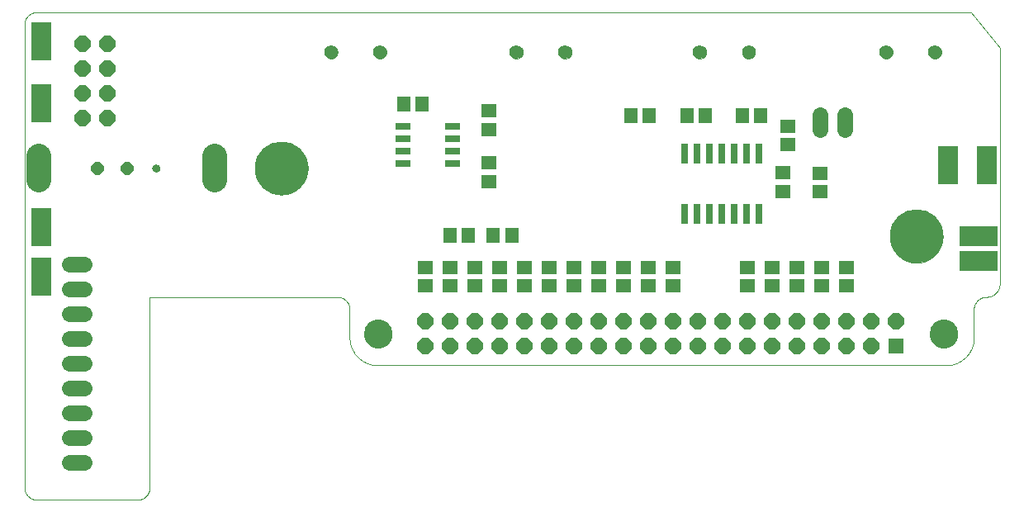
<source format=gts>
G75*
%MOIN*%
%OFA0B0*%
%FSLAX25Y25*%
%IPPOS*%
%LPD*%
%AMOC8*
5,1,8,0,0,1.08239X$1,22.5*
%
%ADD10C,0.00000*%
%ADD11C,0.21660*%
%ADD12R,0.06400X0.06400*%
%ADD13OC8,0.06400*%
%ADD14C,0.11424*%
%ADD15R,0.03000X0.08400*%
%ADD16R,0.06306X0.02762*%
%ADD17R,0.06306X0.05518*%
%ADD18R,0.05518X0.06306*%
%ADD19C,0.05518*%
%ADD20C,0.06400*%
%ADD21R,0.08000X0.15400*%
%ADD22OC8,0.05156*%
%ADD23C,0.09849*%
%ADD24C,0.03156*%
%ADD25R,0.15400X0.08000*%
D10*
X0009059Y0004256D02*
X0049643Y0004256D01*
X0049783Y0004258D01*
X0049923Y0004264D01*
X0050063Y0004274D01*
X0050203Y0004287D01*
X0050342Y0004305D01*
X0050481Y0004327D01*
X0050618Y0004352D01*
X0050756Y0004381D01*
X0050892Y0004414D01*
X0051027Y0004451D01*
X0051161Y0004492D01*
X0051294Y0004537D01*
X0051426Y0004585D01*
X0051556Y0004637D01*
X0051685Y0004692D01*
X0051812Y0004751D01*
X0051938Y0004814D01*
X0052062Y0004880D01*
X0052183Y0004949D01*
X0052303Y0005022D01*
X0052421Y0005099D01*
X0052536Y0005178D01*
X0052650Y0005261D01*
X0052760Y0005347D01*
X0052869Y0005436D01*
X0052975Y0005528D01*
X0053078Y0005623D01*
X0053179Y0005720D01*
X0053276Y0005821D01*
X0053371Y0005924D01*
X0053463Y0006030D01*
X0053552Y0006139D01*
X0053638Y0006249D01*
X0053721Y0006363D01*
X0053800Y0006478D01*
X0053877Y0006596D01*
X0053950Y0006716D01*
X0054019Y0006837D01*
X0054085Y0006961D01*
X0054148Y0007087D01*
X0054207Y0007214D01*
X0054262Y0007343D01*
X0054314Y0007473D01*
X0054362Y0007605D01*
X0054407Y0007738D01*
X0054448Y0007872D01*
X0054485Y0008007D01*
X0054518Y0008143D01*
X0054547Y0008281D01*
X0054572Y0008418D01*
X0054594Y0008557D01*
X0054612Y0008696D01*
X0054625Y0008836D01*
X0054635Y0008976D01*
X0054641Y0009116D01*
X0054643Y0009256D01*
X0054643Y0086146D01*
X0130358Y0086146D01*
X0130498Y0086144D01*
X0130638Y0086138D01*
X0130778Y0086128D01*
X0130918Y0086115D01*
X0131057Y0086097D01*
X0131196Y0086075D01*
X0131333Y0086050D01*
X0131471Y0086021D01*
X0131607Y0085988D01*
X0131742Y0085951D01*
X0131876Y0085910D01*
X0132009Y0085865D01*
X0132141Y0085817D01*
X0132271Y0085765D01*
X0132400Y0085710D01*
X0132527Y0085651D01*
X0132653Y0085588D01*
X0132777Y0085522D01*
X0132898Y0085453D01*
X0133018Y0085380D01*
X0133136Y0085303D01*
X0133251Y0085224D01*
X0133365Y0085141D01*
X0133475Y0085055D01*
X0133584Y0084966D01*
X0133690Y0084874D01*
X0133793Y0084779D01*
X0133894Y0084682D01*
X0133991Y0084581D01*
X0134086Y0084478D01*
X0134178Y0084372D01*
X0134267Y0084263D01*
X0134353Y0084153D01*
X0134436Y0084039D01*
X0134515Y0083924D01*
X0134592Y0083806D01*
X0134665Y0083686D01*
X0134734Y0083565D01*
X0134800Y0083441D01*
X0134863Y0083315D01*
X0134922Y0083188D01*
X0134977Y0083059D01*
X0135029Y0082929D01*
X0135077Y0082797D01*
X0135122Y0082664D01*
X0135163Y0082530D01*
X0135200Y0082395D01*
X0135233Y0082259D01*
X0135262Y0082121D01*
X0135287Y0081984D01*
X0135309Y0081845D01*
X0135327Y0081706D01*
X0135340Y0081566D01*
X0135350Y0081426D01*
X0135356Y0081286D01*
X0135358Y0081146D01*
X0135358Y0069217D01*
X0135359Y0069216D02*
X0135376Y0068945D01*
X0135400Y0068675D01*
X0135431Y0068405D01*
X0135468Y0068136D01*
X0135512Y0067868D01*
X0135562Y0067601D01*
X0135618Y0067336D01*
X0135681Y0067072D01*
X0135750Y0066809D01*
X0135826Y0066548D01*
X0135908Y0066289D01*
X0135996Y0066033D01*
X0136090Y0065778D01*
X0136191Y0065526D01*
X0136297Y0065276D01*
X0136410Y0065029D01*
X0136528Y0064785D01*
X0136652Y0064543D01*
X0136782Y0064305D01*
X0136918Y0064070D01*
X0137060Y0063838D01*
X0137207Y0063610D01*
X0137359Y0063385D01*
X0137517Y0063164D01*
X0137680Y0062947D01*
X0137849Y0062734D01*
X0138022Y0062525D01*
X0138200Y0062320D01*
X0138384Y0062120D01*
X0138572Y0061924D01*
X0138765Y0061733D01*
X0138962Y0061547D01*
X0139164Y0061365D01*
X0139370Y0061188D01*
X0139580Y0061017D01*
X0139795Y0060850D01*
X0140013Y0060689D01*
X0140236Y0060533D01*
X0140462Y0060382D01*
X0140691Y0060237D01*
X0140924Y0060098D01*
X0141160Y0059964D01*
X0141400Y0059836D01*
X0141642Y0059714D01*
X0141887Y0059597D01*
X0142136Y0059487D01*
X0142386Y0059383D01*
X0142639Y0059284D01*
X0142895Y0059192D01*
X0143152Y0059106D01*
X0143412Y0059027D01*
X0143673Y0058953D01*
X0143936Y0058886D01*
X0144201Y0058826D01*
X0144467Y0058771D01*
X0144734Y0058723D01*
X0145003Y0058682D01*
X0145272Y0058647D01*
X0145542Y0058619D01*
X0145813Y0058597D01*
X0146084Y0058582D01*
X0146355Y0058573D01*
X0146627Y0058571D01*
X0146898Y0058576D01*
X0147170Y0058587D01*
X0147169Y0058587D02*
X0375516Y0058587D01*
X0375515Y0058587D02*
X0375787Y0058576D01*
X0376058Y0058571D01*
X0376330Y0058573D01*
X0376601Y0058582D01*
X0376872Y0058597D01*
X0377143Y0058619D01*
X0377413Y0058647D01*
X0377682Y0058682D01*
X0377951Y0058723D01*
X0378218Y0058771D01*
X0378484Y0058826D01*
X0378749Y0058886D01*
X0379012Y0058953D01*
X0379273Y0059027D01*
X0379533Y0059106D01*
X0379790Y0059192D01*
X0380046Y0059284D01*
X0380299Y0059383D01*
X0380549Y0059487D01*
X0380798Y0059597D01*
X0381043Y0059714D01*
X0381285Y0059836D01*
X0381525Y0059964D01*
X0381761Y0060098D01*
X0381994Y0060237D01*
X0382223Y0060382D01*
X0382449Y0060533D01*
X0382672Y0060689D01*
X0382890Y0060850D01*
X0383105Y0061017D01*
X0383315Y0061188D01*
X0383521Y0061365D01*
X0383723Y0061547D01*
X0383920Y0061733D01*
X0384113Y0061924D01*
X0384301Y0062120D01*
X0384485Y0062320D01*
X0384663Y0062525D01*
X0384836Y0062734D01*
X0385005Y0062947D01*
X0385168Y0063164D01*
X0385326Y0063385D01*
X0385478Y0063610D01*
X0385625Y0063838D01*
X0385767Y0064070D01*
X0385903Y0064305D01*
X0386033Y0064543D01*
X0386157Y0064785D01*
X0386275Y0065029D01*
X0386388Y0065276D01*
X0386494Y0065526D01*
X0386595Y0065778D01*
X0386689Y0066033D01*
X0386777Y0066289D01*
X0386859Y0066548D01*
X0386935Y0066809D01*
X0387004Y0067072D01*
X0387067Y0067336D01*
X0387123Y0067601D01*
X0387173Y0067868D01*
X0387217Y0068136D01*
X0387254Y0068405D01*
X0387285Y0068675D01*
X0387309Y0068945D01*
X0387326Y0069216D01*
X0387327Y0069217D02*
X0387327Y0081146D01*
X0387329Y0081286D01*
X0387335Y0081426D01*
X0387345Y0081566D01*
X0387358Y0081706D01*
X0387376Y0081845D01*
X0387398Y0081984D01*
X0387423Y0082121D01*
X0387452Y0082259D01*
X0387485Y0082395D01*
X0387522Y0082530D01*
X0387563Y0082664D01*
X0387608Y0082797D01*
X0387656Y0082929D01*
X0387708Y0083059D01*
X0387763Y0083188D01*
X0387822Y0083315D01*
X0387885Y0083441D01*
X0387951Y0083565D01*
X0388020Y0083686D01*
X0388093Y0083806D01*
X0388170Y0083924D01*
X0388249Y0084039D01*
X0388332Y0084153D01*
X0388418Y0084263D01*
X0388507Y0084372D01*
X0388599Y0084478D01*
X0388694Y0084581D01*
X0388791Y0084682D01*
X0388892Y0084779D01*
X0388995Y0084874D01*
X0389101Y0084966D01*
X0389210Y0085055D01*
X0389320Y0085141D01*
X0389434Y0085224D01*
X0389549Y0085303D01*
X0389667Y0085380D01*
X0389787Y0085453D01*
X0389908Y0085522D01*
X0390032Y0085588D01*
X0390158Y0085651D01*
X0390285Y0085710D01*
X0390414Y0085765D01*
X0390544Y0085817D01*
X0390676Y0085865D01*
X0390809Y0085910D01*
X0390943Y0085951D01*
X0391078Y0085988D01*
X0391214Y0086021D01*
X0391352Y0086050D01*
X0391489Y0086075D01*
X0391628Y0086097D01*
X0391767Y0086115D01*
X0391907Y0086128D01*
X0392047Y0086138D01*
X0392187Y0086144D01*
X0392327Y0086146D01*
X0392471Y0086145D01*
X0392615Y0086148D01*
X0392759Y0086155D01*
X0392903Y0086167D01*
X0393047Y0086181D01*
X0393190Y0086200D01*
X0393332Y0086223D01*
X0393474Y0086249D01*
X0393615Y0086280D01*
X0393756Y0086314D01*
X0393895Y0086352D01*
X0394033Y0086393D01*
X0394170Y0086439D01*
X0394306Y0086488D01*
X0394440Y0086541D01*
X0394573Y0086597D01*
X0394704Y0086657D01*
X0394834Y0086720D01*
X0394962Y0086787D01*
X0395088Y0086858D01*
X0395212Y0086932D01*
X0395334Y0087009D01*
X0395453Y0087089D01*
X0395571Y0087173D01*
X0395686Y0087260D01*
X0395799Y0087349D01*
X0395910Y0087442D01*
X0396018Y0087538D01*
X0396123Y0087637D01*
X0396225Y0087738D01*
X0396325Y0087843D01*
X0396422Y0087950D01*
X0396516Y0088059D01*
X0396607Y0088171D01*
X0396695Y0088286D01*
X0396780Y0088402D01*
X0396861Y0088522D01*
X0396940Y0088643D01*
X0397015Y0088766D01*
X0397086Y0088891D01*
X0397155Y0089018D01*
X0397219Y0089147D01*
X0397281Y0089278D01*
X0397338Y0089410D01*
X0397392Y0089544D01*
X0397443Y0089679D01*
X0397490Y0089816D01*
X0397533Y0089954D01*
X0397572Y0090093D01*
X0397607Y0090232D01*
X0397639Y0090373D01*
X0397667Y0090515D01*
X0397691Y0090657D01*
X0397711Y0090800D01*
X0397728Y0090943D01*
X0397740Y0091087D01*
X0397748Y0091231D01*
X0397753Y0091376D01*
X0397753Y0091375D02*
X0397753Y0186736D01*
X0386146Y0201106D01*
X0009059Y0201106D01*
X0008919Y0201104D01*
X0008779Y0201098D01*
X0008639Y0201088D01*
X0008499Y0201075D01*
X0008360Y0201057D01*
X0008221Y0201035D01*
X0008084Y0201010D01*
X0007946Y0200981D01*
X0007810Y0200948D01*
X0007675Y0200911D01*
X0007541Y0200870D01*
X0007408Y0200825D01*
X0007276Y0200777D01*
X0007146Y0200725D01*
X0007017Y0200670D01*
X0006890Y0200611D01*
X0006764Y0200548D01*
X0006640Y0200482D01*
X0006519Y0200413D01*
X0006399Y0200340D01*
X0006281Y0200263D01*
X0006166Y0200184D01*
X0006052Y0200101D01*
X0005942Y0200015D01*
X0005833Y0199926D01*
X0005727Y0199834D01*
X0005624Y0199739D01*
X0005523Y0199642D01*
X0005426Y0199541D01*
X0005331Y0199438D01*
X0005239Y0199332D01*
X0005150Y0199223D01*
X0005064Y0199113D01*
X0004981Y0198999D01*
X0004902Y0198884D01*
X0004825Y0198766D01*
X0004752Y0198646D01*
X0004683Y0198525D01*
X0004617Y0198401D01*
X0004554Y0198275D01*
X0004495Y0198148D01*
X0004440Y0198019D01*
X0004388Y0197889D01*
X0004340Y0197757D01*
X0004295Y0197624D01*
X0004254Y0197490D01*
X0004217Y0197355D01*
X0004184Y0197219D01*
X0004155Y0197081D01*
X0004130Y0196944D01*
X0004108Y0196805D01*
X0004090Y0196666D01*
X0004077Y0196526D01*
X0004067Y0196386D01*
X0004061Y0196246D01*
X0004059Y0196106D01*
X0004059Y0009256D01*
X0004061Y0009116D01*
X0004067Y0008976D01*
X0004077Y0008836D01*
X0004090Y0008696D01*
X0004108Y0008557D01*
X0004130Y0008418D01*
X0004155Y0008281D01*
X0004184Y0008143D01*
X0004217Y0008007D01*
X0004254Y0007872D01*
X0004295Y0007738D01*
X0004340Y0007605D01*
X0004388Y0007473D01*
X0004440Y0007343D01*
X0004495Y0007214D01*
X0004554Y0007087D01*
X0004617Y0006961D01*
X0004683Y0006837D01*
X0004752Y0006716D01*
X0004825Y0006596D01*
X0004902Y0006478D01*
X0004981Y0006363D01*
X0005064Y0006249D01*
X0005150Y0006139D01*
X0005239Y0006030D01*
X0005331Y0005924D01*
X0005426Y0005821D01*
X0005523Y0005720D01*
X0005624Y0005623D01*
X0005727Y0005528D01*
X0005833Y0005436D01*
X0005942Y0005347D01*
X0006052Y0005261D01*
X0006166Y0005178D01*
X0006281Y0005099D01*
X0006399Y0005022D01*
X0006519Y0004949D01*
X0006640Y0004880D01*
X0006764Y0004814D01*
X0006890Y0004751D01*
X0007017Y0004692D01*
X0007146Y0004637D01*
X0007276Y0004585D01*
X0007408Y0004537D01*
X0007541Y0004492D01*
X0007675Y0004451D01*
X0007810Y0004414D01*
X0007946Y0004381D01*
X0008084Y0004352D01*
X0008221Y0004327D01*
X0008360Y0004305D01*
X0008499Y0004287D01*
X0008639Y0004274D01*
X0008779Y0004264D01*
X0008919Y0004258D01*
X0009059Y0004256D01*
X0141264Y0071185D02*
X0141266Y0071333D01*
X0141272Y0071481D01*
X0141282Y0071629D01*
X0141296Y0071776D01*
X0141314Y0071923D01*
X0141335Y0072069D01*
X0141361Y0072215D01*
X0141391Y0072360D01*
X0141424Y0072504D01*
X0141462Y0072647D01*
X0141503Y0072789D01*
X0141548Y0072930D01*
X0141596Y0073070D01*
X0141649Y0073209D01*
X0141705Y0073346D01*
X0141765Y0073481D01*
X0141828Y0073615D01*
X0141895Y0073747D01*
X0141966Y0073877D01*
X0142040Y0074005D01*
X0142117Y0074131D01*
X0142198Y0074255D01*
X0142282Y0074377D01*
X0142369Y0074496D01*
X0142460Y0074613D01*
X0142554Y0074728D01*
X0142650Y0074840D01*
X0142750Y0074950D01*
X0142852Y0075056D01*
X0142958Y0075160D01*
X0143066Y0075261D01*
X0143177Y0075359D01*
X0143290Y0075455D01*
X0143406Y0075547D01*
X0143524Y0075636D01*
X0143645Y0075721D01*
X0143768Y0075804D01*
X0143893Y0075883D01*
X0144020Y0075959D01*
X0144149Y0076031D01*
X0144280Y0076100D01*
X0144413Y0076165D01*
X0144548Y0076226D01*
X0144684Y0076284D01*
X0144821Y0076339D01*
X0144960Y0076389D01*
X0145101Y0076436D01*
X0145242Y0076479D01*
X0145385Y0076519D01*
X0145529Y0076554D01*
X0145673Y0076586D01*
X0145819Y0076613D01*
X0145965Y0076637D01*
X0146112Y0076657D01*
X0146259Y0076673D01*
X0146406Y0076685D01*
X0146554Y0076693D01*
X0146702Y0076697D01*
X0146850Y0076697D01*
X0146998Y0076693D01*
X0147146Y0076685D01*
X0147293Y0076673D01*
X0147440Y0076657D01*
X0147587Y0076637D01*
X0147733Y0076613D01*
X0147879Y0076586D01*
X0148023Y0076554D01*
X0148167Y0076519D01*
X0148310Y0076479D01*
X0148451Y0076436D01*
X0148592Y0076389D01*
X0148731Y0076339D01*
X0148868Y0076284D01*
X0149004Y0076226D01*
X0149139Y0076165D01*
X0149272Y0076100D01*
X0149403Y0076031D01*
X0149532Y0075959D01*
X0149659Y0075883D01*
X0149784Y0075804D01*
X0149907Y0075721D01*
X0150028Y0075636D01*
X0150146Y0075547D01*
X0150262Y0075455D01*
X0150375Y0075359D01*
X0150486Y0075261D01*
X0150594Y0075160D01*
X0150700Y0075056D01*
X0150802Y0074950D01*
X0150902Y0074840D01*
X0150998Y0074728D01*
X0151092Y0074613D01*
X0151183Y0074496D01*
X0151270Y0074377D01*
X0151354Y0074255D01*
X0151435Y0074131D01*
X0151512Y0074005D01*
X0151586Y0073877D01*
X0151657Y0073747D01*
X0151724Y0073615D01*
X0151787Y0073481D01*
X0151847Y0073346D01*
X0151903Y0073209D01*
X0151956Y0073070D01*
X0152004Y0072930D01*
X0152049Y0072789D01*
X0152090Y0072647D01*
X0152128Y0072504D01*
X0152161Y0072360D01*
X0152191Y0072215D01*
X0152217Y0072069D01*
X0152238Y0071923D01*
X0152256Y0071776D01*
X0152270Y0071629D01*
X0152280Y0071481D01*
X0152286Y0071333D01*
X0152288Y0071185D01*
X0152286Y0071037D01*
X0152280Y0070889D01*
X0152270Y0070741D01*
X0152256Y0070594D01*
X0152238Y0070447D01*
X0152217Y0070301D01*
X0152191Y0070155D01*
X0152161Y0070010D01*
X0152128Y0069866D01*
X0152090Y0069723D01*
X0152049Y0069581D01*
X0152004Y0069440D01*
X0151956Y0069300D01*
X0151903Y0069161D01*
X0151847Y0069024D01*
X0151787Y0068889D01*
X0151724Y0068755D01*
X0151657Y0068623D01*
X0151586Y0068493D01*
X0151512Y0068365D01*
X0151435Y0068239D01*
X0151354Y0068115D01*
X0151270Y0067993D01*
X0151183Y0067874D01*
X0151092Y0067757D01*
X0150998Y0067642D01*
X0150902Y0067530D01*
X0150802Y0067420D01*
X0150700Y0067314D01*
X0150594Y0067210D01*
X0150486Y0067109D01*
X0150375Y0067011D01*
X0150262Y0066915D01*
X0150146Y0066823D01*
X0150028Y0066734D01*
X0149907Y0066649D01*
X0149784Y0066566D01*
X0149659Y0066487D01*
X0149532Y0066411D01*
X0149403Y0066339D01*
X0149272Y0066270D01*
X0149139Y0066205D01*
X0149004Y0066144D01*
X0148868Y0066086D01*
X0148731Y0066031D01*
X0148592Y0065981D01*
X0148451Y0065934D01*
X0148310Y0065891D01*
X0148167Y0065851D01*
X0148023Y0065816D01*
X0147879Y0065784D01*
X0147733Y0065757D01*
X0147587Y0065733D01*
X0147440Y0065713D01*
X0147293Y0065697D01*
X0147146Y0065685D01*
X0146998Y0065677D01*
X0146850Y0065673D01*
X0146702Y0065673D01*
X0146554Y0065677D01*
X0146406Y0065685D01*
X0146259Y0065697D01*
X0146112Y0065713D01*
X0145965Y0065733D01*
X0145819Y0065757D01*
X0145673Y0065784D01*
X0145529Y0065816D01*
X0145385Y0065851D01*
X0145242Y0065891D01*
X0145101Y0065934D01*
X0144960Y0065981D01*
X0144821Y0066031D01*
X0144684Y0066086D01*
X0144548Y0066144D01*
X0144413Y0066205D01*
X0144280Y0066270D01*
X0144149Y0066339D01*
X0144020Y0066411D01*
X0143893Y0066487D01*
X0143768Y0066566D01*
X0143645Y0066649D01*
X0143524Y0066734D01*
X0143406Y0066823D01*
X0143290Y0066915D01*
X0143177Y0067011D01*
X0143066Y0067109D01*
X0142958Y0067210D01*
X0142852Y0067314D01*
X0142750Y0067420D01*
X0142650Y0067530D01*
X0142554Y0067642D01*
X0142460Y0067757D01*
X0142369Y0067874D01*
X0142282Y0067993D01*
X0142198Y0068115D01*
X0142117Y0068239D01*
X0142040Y0068365D01*
X0141966Y0068493D01*
X0141895Y0068623D01*
X0141828Y0068755D01*
X0141765Y0068889D01*
X0141705Y0069024D01*
X0141649Y0069161D01*
X0141596Y0069300D01*
X0141548Y0069440D01*
X0141503Y0069581D01*
X0141462Y0069723D01*
X0141424Y0069866D01*
X0141391Y0070010D01*
X0141361Y0070155D01*
X0141335Y0070301D01*
X0141314Y0070447D01*
X0141296Y0070594D01*
X0141282Y0070741D01*
X0141272Y0070889D01*
X0141266Y0071037D01*
X0141264Y0071185D01*
X0097169Y0138114D02*
X0097172Y0138375D01*
X0097182Y0138636D01*
X0097198Y0138896D01*
X0097220Y0139156D01*
X0097249Y0139415D01*
X0097284Y0139674D01*
X0097325Y0139931D01*
X0097373Y0140188D01*
X0097427Y0140443D01*
X0097488Y0140697D01*
X0097554Y0140949D01*
X0097627Y0141200D01*
X0097706Y0141448D01*
X0097790Y0141695D01*
X0097881Y0141940D01*
X0097978Y0142182D01*
X0098081Y0142422D01*
X0098190Y0142659D01*
X0098304Y0142893D01*
X0098424Y0143125D01*
X0098550Y0143354D01*
X0098681Y0143579D01*
X0098818Y0143801D01*
X0098960Y0144020D01*
X0099108Y0144235D01*
X0099261Y0144446D01*
X0099419Y0144654D01*
X0099582Y0144858D01*
X0099750Y0145057D01*
X0099923Y0145253D01*
X0100100Y0145444D01*
X0100282Y0145631D01*
X0100469Y0145813D01*
X0100660Y0145990D01*
X0100856Y0146163D01*
X0101055Y0146331D01*
X0101259Y0146494D01*
X0101467Y0146652D01*
X0101678Y0146805D01*
X0101893Y0146953D01*
X0102112Y0147095D01*
X0102334Y0147232D01*
X0102559Y0147363D01*
X0102788Y0147489D01*
X0103020Y0147609D01*
X0103254Y0147723D01*
X0103491Y0147832D01*
X0103731Y0147935D01*
X0103973Y0148032D01*
X0104218Y0148123D01*
X0104465Y0148207D01*
X0104713Y0148286D01*
X0104964Y0148359D01*
X0105216Y0148425D01*
X0105470Y0148486D01*
X0105725Y0148540D01*
X0105982Y0148588D01*
X0106239Y0148629D01*
X0106498Y0148664D01*
X0106757Y0148693D01*
X0107017Y0148715D01*
X0107277Y0148731D01*
X0107538Y0148741D01*
X0107799Y0148744D01*
X0108060Y0148741D01*
X0108321Y0148731D01*
X0108581Y0148715D01*
X0108841Y0148693D01*
X0109100Y0148664D01*
X0109359Y0148629D01*
X0109616Y0148588D01*
X0109873Y0148540D01*
X0110128Y0148486D01*
X0110382Y0148425D01*
X0110634Y0148359D01*
X0110885Y0148286D01*
X0111133Y0148207D01*
X0111380Y0148123D01*
X0111625Y0148032D01*
X0111867Y0147935D01*
X0112107Y0147832D01*
X0112344Y0147723D01*
X0112578Y0147609D01*
X0112810Y0147489D01*
X0113039Y0147363D01*
X0113264Y0147232D01*
X0113486Y0147095D01*
X0113705Y0146953D01*
X0113920Y0146805D01*
X0114131Y0146652D01*
X0114339Y0146494D01*
X0114543Y0146331D01*
X0114742Y0146163D01*
X0114938Y0145990D01*
X0115129Y0145813D01*
X0115316Y0145631D01*
X0115498Y0145444D01*
X0115675Y0145253D01*
X0115848Y0145057D01*
X0116016Y0144858D01*
X0116179Y0144654D01*
X0116337Y0144446D01*
X0116490Y0144235D01*
X0116638Y0144020D01*
X0116780Y0143801D01*
X0116917Y0143579D01*
X0117048Y0143354D01*
X0117174Y0143125D01*
X0117294Y0142893D01*
X0117408Y0142659D01*
X0117517Y0142422D01*
X0117620Y0142182D01*
X0117717Y0141940D01*
X0117808Y0141695D01*
X0117892Y0141448D01*
X0117971Y0141200D01*
X0118044Y0140949D01*
X0118110Y0140697D01*
X0118171Y0140443D01*
X0118225Y0140188D01*
X0118273Y0139931D01*
X0118314Y0139674D01*
X0118349Y0139415D01*
X0118378Y0139156D01*
X0118400Y0138896D01*
X0118416Y0138636D01*
X0118426Y0138375D01*
X0118429Y0138114D01*
X0118426Y0137853D01*
X0118416Y0137592D01*
X0118400Y0137332D01*
X0118378Y0137072D01*
X0118349Y0136813D01*
X0118314Y0136554D01*
X0118273Y0136297D01*
X0118225Y0136040D01*
X0118171Y0135785D01*
X0118110Y0135531D01*
X0118044Y0135279D01*
X0117971Y0135028D01*
X0117892Y0134780D01*
X0117808Y0134533D01*
X0117717Y0134288D01*
X0117620Y0134046D01*
X0117517Y0133806D01*
X0117408Y0133569D01*
X0117294Y0133335D01*
X0117174Y0133103D01*
X0117048Y0132874D01*
X0116917Y0132649D01*
X0116780Y0132427D01*
X0116638Y0132208D01*
X0116490Y0131993D01*
X0116337Y0131782D01*
X0116179Y0131574D01*
X0116016Y0131370D01*
X0115848Y0131171D01*
X0115675Y0130975D01*
X0115498Y0130784D01*
X0115316Y0130597D01*
X0115129Y0130415D01*
X0114938Y0130238D01*
X0114742Y0130065D01*
X0114543Y0129897D01*
X0114339Y0129734D01*
X0114131Y0129576D01*
X0113920Y0129423D01*
X0113705Y0129275D01*
X0113486Y0129133D01*
X0113264Y0128996D01*
X0113039Y0128865D01*
X0112810Y0128739D01*
X0112578Y0128619D01*
X0112344Y0128505D01*
X0112107Y0128396D01*
X0111867Y0128293D01*
X0111625Y0128196D01*
X0111380Y0128105D01*
X0111133Y0128021D01*
X0110885Y0127942D01*
X0110634Y0127869D01*
X0110382Y0127803D01*
X0110128Y0127742D01*
X0109873Y0127688D01*
X0109616Y0127640D01*
X0109359Y0127599D01*
X0109100Y0127564D01*
X0108841Y0127535D01*
X0108581Y0127513D01*
X0108321Y0127497D01*
X0108060Y0127487D01*
X0107799Y0127484D01*
X0107538Y0127487D01*
X0107277Y0127497D01*
X0107017Y0127513D01*
X0106757Y0127535D01*
X0106498Y0127564D01*
X0106239Y0127599D01*
X0105982Y0127640D01*
X0105725Y0127688D01*
X0105470Y0127742D01*
X0105216Y0127803D01*
X0104964Y0127869D01*
X0104713Y0127942D01*
X0104465Y0128021D01*
X0104218Y0128105D01*
X0103973Y0128196D01*
X0103731Y0128293D01*
X0103491Y0128396D01*
X0103254Y0128505D01*
X0103020Y0128619D01*
X0102788Y0128739D01*
X0102559Y0128865D01*
X0102334Y0128996D01*
X0102112Y0129133D01*
X0101893Y0129275D01*
X0101678Y0129423D01*
X0101467Y0129576D01*
X0101259Y0129734D01*
X0101055Y0129897D01*
X0100856Y0130065D01*
X0100660Y0130238D01*
X0100469Y0130415D01*
X0100282Y0130597D01*
X0100100Y0130784D01*
X0099923Y0130975D01*
X0099750Y0131171D01*
X0099582Y0131370D01*
X0099419Y0131574D01*
X0099261Y0131782D01*
X0099108Y0131993D01*
X0098960Y0132208D01*
X0098818Y0132427D01*
X0098681Y0132649D01*
X0098550Y0132874D01*
X0098424Y0133103D01*
X0098304Y0133335D01*
X0098190Y0133569D01*
X0098081Y0133806D01*
X0097978Y0134046D01*
X0097881Y0134288D01*
X0097790Y0134533D01*
X0097706Y0134780D01*
X0097627Y0135028D01*
X0097554Y0135279D01*
X0097488Y0135531D01*
X0097427Y0135785D01*
X0097373Y0136040D01*
X0097325Y0136297D01*
X0097284Y0136554D01*
X0097249Y0136813D01*
X0097220Y0137072D01*
X0097198Y0137332D01*
X0097182Y0137592D01*
X0097172Y0137853D01*
X0097169Y0138114D01*
X0055824Y0138114D02*
X0055826Y0138188D01*
X0055832Y0138262D01*
X0055842Y0138335D01*
X0055856Y0138408D01*
X0055873Y0138480D01*
X0055895Y0138550D01*
X0055920Y0138620D01*
X0055949Y0138688D01*
X0055982Y0138754D01*
X0056018Y0138819D01*
X0056058Y0138881D01*
X0056100Y0138942D01*
X0056146Y0139000D01*
X0056195Y0139055D01*
X0056247Y0139108D01*
X0056302Y0139158D01*
X0056359Y0139204D01*
X0056419Y0139248D01*
X0056481Y0139288D01*
X0056545Y0139325D01*
X0056611Y0139359D01*
X0056679Y0139389D01*
X0056748Y0139415D01*
X0056819Y0139438D01*
X0056890Y0139456D01*
X0056963Y0139471D01*
X0057036Y0139482D01*
X0057110Y0139489D01*
X0057184Y0139492D01*
X0057257Y0139491D01*
X0057331Y0139486D01*
X0057405Y0139477D01*
X0057478Y0139464D01*
X0057550Y0139447D01*
X0057621Y0139427D01*
X0057691Y0139402D01*
X0057759Y0139374D01*
X0057826Y0139343D01*
X0057891Y0139307D01*
X0057954Y0139269D01*
X0058015Y0139227D01*
X0058074Y0139181D01*
X0058130Y0139133D01*
X0058183Y0139082D01*
X0058233Y0139028D01*
X0058281Y0138971D01*
X0058325Y0138912D01*
X0058367Y0138850D01*
X0058405Y0138787D01*
X0058439Y0138721D01*
X0058470Y0138654D01*
X0058497Y0138585D01*
X0058520Y0138515D01*
X0058540Y0138444D01*
X0058556Y0138371D01*
X0058568Y0138298D01*
X0058576Y0138225D01*
X0058580Y0138151D01*
X0058580Y0138077D01*
X0058576Y0138003D01*
X0058568Y0137930D01*
X0058556Y0137857D01*
X0058540Y0137784D01*
X0058520Y0137713D01*
X0058497Y0137643D01*
X0058470Y0137574D01*
X0058439Y0137507D01*
X0058405Y0137441D01*
X0058367Y0137378D01*
X0058325Y0137316D01*
X0058281Y0137257D01*
X0058233Y0137200D01*
X0058183Y0137146D01*
X0058130Y0137095D01*
X0058074Y0137047D01*
X0058015Y0137001D01*
X0057954Y0136959D01*
X0057891Y0136921D01*
X0057826Y0136885D01*
X0057759Y0136854D01*
X0057691Y0136826D01*
X0057621Y0136801D01*
X0057550Y0136781D01*
X0057478Y0136764D01*
X0057405Y0136751D01*
X0057331Y0136742D01*
X0057257Y0136737D01*
X0057184Y0136736D01*
X0057110Y0136739D01*
X0057036Y0136746D01*
X0056963Y0136757D01*
X0056890Y0136772D01*
X0056819Y0136790D01*
X0056748Y0136813D01*
X0056679Y0136839D01*
X0056611Y0136869D01*
X0056545Y0136903D01*
X0056481Y0136940D01*
X0056419Y0136980D01*
X0056359Y0137024D01*
X0056302Y0137070D01*
X0056247Y0137120D01*
X0056195Y0137173D01*
X0056146Y0137228D01*
X0056100Y0137286D01*
X0056058Y0137347D01*
X0056018Y0137409D01*
X0055982Y0137474D01*
X0055949Y0137540D01*
X0055920Y0137608D01*
X0055895Y0137678D01*
X0055873Y0137748D01*
X0055856Y0137820D01*
X0055842Y0137893D01*
X0055832Y0137966D01*
X0055826Y0138040D01*
X0055824Y0138114D01*
X0125319Y0184965D02*
X0125321Y0185066D01*
X0125327Y0185167D01*
X0125337Y0185268D01*
X0125351Y0185368D01*
X0125369Y0185467D01*
X0125391Y0185566D01*
X0125416Y0185664D01*
X0125446Y0185761D01*
X0125479Y0185856D01*
X0125516Y0185950D01*
X0125557Y0186043D01*
X0125601Y0186134D01*
X0125649Y0186223D01*
X0125701Y0186310D01*
X0125756Y0186395D01*
X0125814Y0186477D01*
X0125875Y0186558D01*
X0125940Y0186636D01*
X0126007Y0186711D01*
X0126077Y0186783D01*
X0126151Y0186853D01*
X0126227Y0186920D01*
X0126305Y0186984D01*
X0126386Y0187044D01*
X0126469Y0187101D01*
X0126555Y0187155D01*
X0126643Y0187206D01*
X0126732Y0187253D01*
X0126823Y0187297D01*
X0126916Y0187336D01*
X0127011Y0187373D01*
X0127106Y0187405D01*
X0127203Y0187434D01*
X0127302Y0187458D01*
X0127400Y0187479D01*
X0127500Y0187496D01*
X0127600Y0187509D01*
X0127701Y0187518D01*
X0127802Y0187523D01*
X0127903Y0187524D01*
X0128004Y0187521D01*
X0128105Y0187514D01*
X0128206Y0187503D01*
X0128306Y0187488D01*
X0128405Y0187469D01*
X0128504Y0187446D01*
X0128601Y0187420D01*
X0128698Y0187389D01*
X0128793Y0187355D01*
X0128886Y0187317D01*
X0128979Y0187275D01*
X0129069Y0187230D01*
X0129158Y0187181D01*
X0129244Y0187129D01*
X0129328Y0187073D01*
X0129411Y0187014D01*
X0129490Y0186952D01*
X0129568Y0186887D01*
X0129642Y0186819D01*
X0129714Y0186747D01*
X0129783Y0186674D01*
X0129849Y0186597D01*
X0129912Y0186518D01*
X0129972Y0186436D01*
X0130028Y0186352D01*
X0130081Y0186266D01*
X0130131Y0186178D01*
X0130177Y0186088D01*
X0130220Y0185997D01*
X0130259Y0185903D01*
X0130294Y0185808D01*
X0130325Y0185712D01*
X0130353Y0185615D01*
X0130377Y0185517D01*
X0130397Y0185418D01*
X0130413Y0185318D01*
X0130425Y0185217D01*
X0130433Y0185117D01*
X0130437Y0185016D01*
X0130437Y0184914D01*
X0130433Y0184813D01*
X0130425Y0184713D01*
X0130413Y0184612D01*
X0130397Y0184512D01*
X0130377Y0184413D01*
X0130353Y0184315D01*
X0130325Y0184218D01*
X0130294Y0184122D01*
X0130259Y0184027D01*
X0130220Y0183933D01*
X0130177Y0183842D01*
X0130131Y0183752D01*
X0130081Y0183664D01*
X0130028Y0183578D01*
X0129972Y0183494D01*
X0129912Y0183412D01*
X0129849Y0183333D01*
X0129783Y0183256D01*
X0129714Y0183183D01*
X0129642Y0183111D01*
X0129568Y0183043D01*
X0129490Y0182978D01*
X0129411Y0182916D01*
X0129328Y0182857D01*
X0129244Y0182801D01*
X0129157Y0182749D01*
X0129069Y0182700D01*
X0128979Y0182655D01*
X0128886Y0182613D01*
X0128793Y0182575D01*
X0128698Y0182541D01*
X0128601Y0182510D01*
X0128504Y0182484D01*
X0128405Y0182461D01*
X0128306Y0182442D01*
X0128206Y0182427D01*
X0128105Y0182416D01*
X0128004Y0182409D01*
X0127903Y0182406D01*
X0127802Y0182407D01*
X0127701Y0182412D01*
X0127600Y0182421D01*
X0127500Y0182434D01*
X0127400Y0182451D01*
X0127302Y0182472D01*
X0127203Y0182496D01*
X0127106Y0182525D01*
X0127011Y0182557D01*
X0126916Y0182594D01*
X0126823Y0182633D01*
X0126732Y0182677D01*
X0126643Y0182724D01*
X0126555Y0182775D01*
X0126469Y0182829D01*
X0126386Y0182886D01*
X0126305Y0182946D01*
X0126227Y0183010D01*
X0126151Y0183077D01*
X0126077Y0183147D01*
X0126007Y0183219D01*
X0125940Y0183294D01*
X0125875Y0183372D01*
X0125814Y0183453D01*
X0125756Y0183535D01*
X0125701Y0183620D01*
X0125649Y0183707D01*
X0125601Y0183796D01*
X0125557Y0183887D01*
X0125516Y0183980D01*
X0125479Y0184074D01*
X0125446Y0184169D01*
X0125416Y0184266D01*
X0125391Y0184364D01*
X0125369Y0184463D01*
X0125351Y0184562D01*
X0125337Y0184662D01*
X0125327Y0184763D01*
X0125321Y0184864D01*
X0125319Y0184965D01*
X0145004Y0184965D02*
X0145006Y0185066D01*
X0145012Y0185167D01*
X0145022Y0185268D01*
X0145036Y0185368D01*
X0145054Y0185467D01*
X0145076Y0185566D01*
X0145101Y0185664D01*
X0145131Y0185761D01*
X0145164Y0185856D01*
X0145201Y0185950D01*
X0145242Y0186043D01*
X0145286Y0186134D01*
X0145334Y0186223D01*
X0145386Y0186310D01*
X0145441Y0186395D01*
X0145499Y0186477D01*
X0145560Y0186558D01*
X0145625Y0186636D01*
X0145692Y0186711D01*
X0145762Y0186783D01*
X0145836Y0186853D01*
X0145912Y0186920D01*
X0145990Y0186984D01*
X0146071Y0187044D01*
X0146154Y0187101D01*
X0146240Y0187155D01*
X0146328Y0187206D01*
X0146417Y0187253D01*
X0146508Y0187297D01*
X0146601Y0187336D01*
X0146696Y0187373D01*
X0146791Y0187405D01*
X0146888Y0187434D01*
X0146987Y0187458D01*
X0147085Y0187479D01*
X0147185Y0187496D01*
X0147285Y0187509D01*
X0147386Y0187518D01*
X0147487Y0187523D01*
X0147588Y0187524D01*
X0147689Y0187521D01*
X0147790Y0187514D01*
X0147891Y0187503D01*
X0147991Y0187488D01*
X0148090Y0187469D01*
X0148189Y0187446D01*
X0148286Y0187420D01*
X0148383Y0187389D01*
X0148478Y0187355D01*
X0148571Y0187317D01*
X0148664Y0187275D01*
X0148754Y0187230D01*
X0148843Y0187181D01*
X0148929Y0187129D01*
X0149013Y0187073D01*
X0149096Y0187014D01*
X0149175Y0186952D01*
X0149253Y0186887D01*
X0149327Y0186819D01*
X0149399Y0186747D01*
X0149468Y0186674D01*
X0149534Y0186597D01*
X0149597Y0186518D01*
X0149657Y0186436D01*
X0149713Y0186352D01*
X0149766Y0186266D01*
X0149816Y0186178D01*
X0149862Y0186088D01*
X0149905Y0185997D01*
X0149944Y0185903D01*
X0149979Y0185808D01*
X0150010Y0185712D01*
X0150038Y0185615D01*
X0150062Y0185517D01*
X0150082Y0185418D01*
X0150098Y0185318D01*
X0150110Y0185217D01*
X0150118Y0185117D01*
X0150122Y0185016D01*
X0150122Y0184914D01*
X0150118Y0184813D01*
X0150110Y0184713D01*
X0150098Y0184612D01*
X0150082Y0184512D01*
X0150062Y0184413D01*
X0150038Y0184315D01*
X0150010Y0184218D01*
X0149979Y0184122D01*
X0149944Y0184027D01*
X0149905Y0183933D01*
X0149862Y0183842D01*
X0149816Y0183752D01*
X0149766Y0183664D01*
X0149713Y0183578D01*
X0149657Y0183494D01*
X0149597Y0183412D01*
X0149534Y0183333D01*
X0149468Y0183256D01*
X0149399Y0183183D01*
X0149327Y0183111D01*
X0149253Y0183043D01*
X0149175Y0182978D01*
X0149096Y0182916D01*
X0149013Y0182857D01*
X0148929Y0182801D01*
X0148842Y0182749D01*
X0148754Y0182700D01*
X0148664Y0182655D01*
X0148571Y0182613D01*
X0148478Y0182575D01*
X0148383Y0182541D01*
X0148286Y0182510D01*
X0148189Y0182484D01*
X0148090Y0182461D01*
X0147991Y0182442D01*
X0147891Y0182427D01*
X0147790Y0182416D01*
X0147689Y0182409D01*
X0147588Y0182406D01*
X0147487Y0182407D01*
X0147386Y0182412D01*
X0147285Y0182421D01*
X0147185Y0182434D01*
X0147085Y0182451D01*
X0146987Y0182472D01*
X0146888Y0182496D01*
X0146791Y0182525D01*
X0146696Y0182557D01*
X0146601Y0182594D01*
X0146508Y0182633D01*
X0146417Y0182677D01*
X0146328Y0182724D01*
X0146240Y0182775D01*
X0146154Y0182829D01*
X0146071Y0182886D01*
X0145990Y0182946D01*
X0145912Y0183010D01*
X0145836Y0183077D01*
X0145762Y0183147D01*
X0145692Y0183219D01*
X0145625Y0183294D01*
X0145560Y0183372D01*
X0145499Y0183453D01*
X0145441Y0183535D01*
X0145386Y0183620D01*
X0145334Y0183707D01*
X0145286Y0183796D01*
X0145242Y0183887D01*
X0145201Y0183980D01*
X0145164Y0184074D01*
X0145131Y0184169D01*
X0145101Y0184266D01*
X0145076Y0184364D01*
X0145054Y0184463D01*
X0145036Y0184562D01*
X0145022Y0184662D01*
X0145012Y0184763D01*
X0145006Y0184864D01*
X0145004Y0184965D01*
X0200122Y0184965D02*
X0200124Y0185066D01*
X0200130Y0185167D01*
X0200140Y0185268D01*
X0200154Y0185368D01*
X0200172Y0185467D01*
X0200194Y0185566D01*
X0200219Y0185664D01*
X0200249Y0185761D01*
X0200282Y0185856D01*
X0200319Y0185950D01*
X0200360Y0186043D01*
X0200404Y0186134D01*
X0200452Y0186223D01*
X0200504Y0186310D01*
X0200559Y0186395D01*
X0200617Y0186477D01*
X0200678Y0186558D01*
X0200743Y0186636D01*
X0200810Y0186711D01*
X0200880Y0186783D01*
X0200954Y0186853D01*
X0201030Y0186920D01*
X0201108Y0186984D01*
X0201189Y0187044D01*
X0201272Y0187101D01*
X0201358Y0187155D01*
X0201446Y0187206D01*
X0201535Y0187253D01*
X0201626Y0187297D01*
X0201719Y0187336D01*
X0201814Y0187373D01*
X0201909Y0187405D01*
X0202006Y0187434D01*
X0202105Y0187458D01*
X0202203Y0187479D01*
X0202303Y0187496D01*
X0202403Y0187509D01*
X0202504Y0187518D01*
X0202605Y0187523D01*
X0202706Y0187524D01*
X0202807Y0187521D01*
X0202908Y0187514D01*
X0203009Y0187503D01*
X0203109Y0187488D01*
X0203208Y0187469D01*
X0203307Y0187446D01*
X0203404Y0187420D01*
X0203501Y0187389D01*
X0203596Y0187355D01*
X0203689Y0187317D01*
X0203782Y0187275D01*
X0203872Y0187230D01*
X0203961Y0187181D01*
X0204047Y0187129D01*
X0204131Y0187073D01*
X0204214Y0187014D01*
X0204293Y0186952D01*
X0204371Y0186887D01*
X0204445Y0186819D01*
X0204517Y0186747D01*
X0204586Y0186674D01*
X0204652Y0186597D01*
X0204715Y0186518D01*
X0204775Y0186436D01*
X0204831Y0186352D01*
X0204884Y0186266D01*
X0204934Y0186178D01*
X0204980Y0186088D01*
X0205023Y0185997D01*
X0205062Y0185903D01*
X0205097Y0185808D01*
X0205128Y0185712D01*
X0205156Y0185615D01*
X0205180Y0185517D01*
X0205200Y0185418D01*
X0205216Y0185318D01*
X0205228Y0185217D01*
X0205236Y0185117D01*
X0205240Y0185016D01*
X0205240Y0184914D01*
X0205236Y0184813D01*
X0205228Y0184713D01*
X0205216Y0184612D01*
X0205200Y0184512D01*
X0205180Y0184413D01*
X0205156Y0184315D01*
X0205128Y0184218D01*
X0205097Y0184122D01*
X0205062Y0184027D01*
X0205023Y0183933D01*
X0204980Y0183842D01*
X0204934Y0183752D01*
X0204884Y0183664D01*
X0204831Y0183578D01*
X0204775Y0183494D01*
X0204715Y0183412D01*
X0204652Y0183333D01*
X0204586Y0183256D01*
X0204517Y0183183D01*
X0204445Y0183111D01*
X0204371Y0183043D01*
X0204293Y0182978D01*
X0204214Y0182916D01*
X0204131Y0182857D01*
X0204047Y0182801D01*
X0203960Y0182749D01*
X0203872Y0182700D01*
X0203782Y0182655D01*
X0203689Y0182613D01*
X0203596Y0182575D01*
X0203501Y0182541D01*
X0203404Y0182510D01*
X0203307Y0182484D01*
X0203208Y0182461D01*
X0203109Y0182442D01*
X0203009Y0182427D01*
X0202908Y0182416D01*
X0202807Y0182409D01*
X0202706Y0182406D01*
X0202605Y0182407D01*
X0202504Y0182412D01*
X0202403Y0182421D01*
X0202303Y0182434D01*
X0202203Y0182451D01*
X0202105Y0182472D01*
X0202006Y0182496D01*
X0201909Y0182525D01*
X0201814Y0182557D01*
X0201719Y0182594D01*
X0201626Y0182633D01*
X0201535Y0182677D01*
X0201446Y0182724D01*
X0201358Y0182775D01*
X0201272Y0182829D01*
X0201189Y0182886D01*
X0201108Y0182946D01*
X0201030Y0183010D01*
X0200954Y0183077D01*
X0200880Y0183147D01*
X0200810Y0183219D01*
X0200743Y0183294D01*
X0200678Y0183372D01*
X0200617Y0183453D01*
X0200559Y0183535D01*
X0200504Y0183620D01*
X0200452Y0183707D01*
X0200404Y0183796D01*
X0200360Y0183887D01*
X0200319Y0183980D01*
X0200282Y0184074D01*
X0200249Y0184169D01*
X0200219Y0184266D01*
X0200194Y0184364D01*
X0200172Y0184463D01*
X0200154Y0184562D01*
X0200140Y0184662D01*
X0200130Y0184763D01*
X0200124Y0184864D01*
X0200122Y0184965D01*
X0219807Y0184965D02*
X0219809Y0185066D01*
X0219815Y0185167D01*
X0219825Y0185268D01*
X0219839Y0185368D01*
X0219857Y0185467D01*
X0219879Y0185566D01*
X0219904Y0185664D01*
X0219934Y0185761D01*
X0219967Y0185856D01*
X0220004Y0185950D01*
X0220045Y0186043D01*
X0220089Y0186134D01*
X0220137Y0186223D01*
X0220189Y0186310D01*
X0220244Y0186395D01*
X0220302Y0186477D01*
X0220363Y0186558D01*
X0220428Y0186636D01*
X0220495Y0186711D01*
X0220565Y0186783D01*
X0220639Y0186853D01*
X0220715Y0186920D01*
X0220793Y0186984D01*
X0220874Y0187044D01*
X0220957Y0187101D01*
X0221043Y0187155D01*
X0221131Y0187206D01*
X0221220Y0187253D01*
X0221311Y0187297D01*
X0221404Y0187336D01*
X0221499Y0187373D01*
X0221594Y0187405D01*
X0221691Y0187434D01*
X0221790Y0187458D01*
X0221888Y0187479D01*
X0221988Y0187496D01*
X0222088Y0187509D01*
X0222189Y0187518D01*
X0222290Y0187523D01*
X0222391Y0187524D01*
X0222492Y0187521D01*
X0222593Y0187514D01*
X0222694Y0187503D01*
X0222794Y0187488D01*
X0222893Y0187469D01*
X0222992Y0187446D01*
X0223089Y0187420D01*
X0223186Y0187389D01*
X0223281Y0187355D01*
X0223374Y0187317D01*
X0223467Y0187275D01*
X0223557Y0187230D01*
X0223646Y0187181D01*
X0223732Y0187129D01*
X0223816Y0187073D01*
X0223899Y0187014D01*
X0223978Y0186952D01*
X0224056Y0186887D01*
X0224130Y0186819D01*
X0224202Y0186747D01*
X0224271Y0186674D01*
X0224337Y0186597D01*
X0224400Y0186518D01*
X0224460Y0186436D01*
X0224516Y0186352D01*
X0224569Y0186266D01*
X0224619Y0186178D01*
X0224665Y0186088D01*
X0224708Y0185997D01*
X0224747Y0185903D01*
X0224782Y0185808D01*
X0224813Y0185712D01*
X0224841Y0185615D01*
X0224865Y0185517D01*
X0224885Y0185418D01*
X0224901Y0185318D01*
X0224913Y0185217D01*
X0224921Y0185117D01*
X0224925Y0185016D01*
X0224925Y0184914D01*
X0224921Y0184813D01*
X0224913Y0184713D01*
X0224901Y0184612D01*
X0224885Y0184512D01*
X0224865Y0184413D01*
X0224841Y0184315D01*
X0224813Y0184218D01*
X0224782Y0184122D01*
X0224747Y0184027D01*
X0224708Y0183933D01*
X0224665Y0183842D01*
X0224619Y0183752D01*
X0224569Y0183664D01*
X0224516Y0183578D01*
X0224460Y0183494D01*
X0224400Y0183412D01*
X0224337Y0183333D01*
X0224271Y0183256D01*
X0224202Y0183183D01*
X0224130Y0183111D01*
X0224056Y0183043D01*
X0223978Y0182978D01*
X0223899Y0182916D01*
X0223816Y0182857D01*
X0223732Y0182801D01*
X0223645Y0182749D01*
X0223557Y0182700D01*
X0223467Y0182655D01*
X0223374Y0182613D01*
X0223281Y0182575D01*
X0223186Y0182541D01*
X0223089Y0182510D01*
X0222992Y0182484D01*
X0222893Y0182461D01*
X0222794Y0182442D01*
X0222694Y0182427D01*
X0222593Y0182416D01*
X0222492Y0182409D01*
X0222391Y0182406D01*
X0222290Y0182407D01*
X0222189Y0182412D01*
X0222088Y0182421D01*
X0221988Y0182434D01*
X0221888Y0182451D01*
X0221790Y0182472D01*
X0221691Y0182496D01*
X0221594Y0182525D01*
X0221499Y0182557D01*
X0221404Y0182594D01*
X0221311Y0182633D01*
X0221220Y0182677D01*
X0221131Y0182724D01*
X0221043Y0182775D01*
X0220957Y0182829D01*
X0220874Y0182886D01*
X0220793Y0182946D01*
X0220715Y0183010D01*
X0220639Y0183077D01*
X0220565Y0183147D01*
X0220495Y0183219D01*
X0220428Y0183294D01*
X0220363Y0183372D01*
X0220302Y0183453D01*
X0220244Y0183535D01*
X0220189Y0183620D01*
X0220137Y0183707D01*
X0220089Y0183796D01*
X0220045Y0183887D01*
X0220004Y0183980D01*
X0219967Y0184074D01*
X0219934Y0184169D01*
X0219904Y0184266D01*
X0219879Y0184364D01*
X0219857Y0184463D01*
X0219839Y0184562D01*
X0219825Y0184662D01*
X0219815Y0184763D01*
X0219809Y0184864D01*
X0219807Y0184965D01*
X0274138Y0184965D02*
X0274140Y0185066D01*
X0274146Y0185167D01*
X0274156Y0185268D01*
X0274170Y0185368D01*
X0274188Y0185467D01*
X0274210Y0185566D01*
X0274235Y0185664D01*
X0274265Y0185761D01*
X0274298Y0185856D01*
X0274335Y0185950D01*
X0274376Y0186043D01*
X0274420Y0186134D01*
X0274468Y0186223D01*
X0274520Y0186310D01*
X0274575Y0186395D01*
X0274633Y0186477D01*
X0274694Y0186558D01*
X0274759Y0186636D01*
X0274826Y0186711D01*
X0274896Y0186783D01*
X0274970Y0186853D01*
X0275046Y0186920D01*
X0275124Y0186984D01*
X0275205Y0187044D01*
X0275288Y0187101D01*
X0275374Y0187155D01*
X0275462Y0187206D01*
X0275551Y0187253D01*
X0275642Y0187297D01*
X0275735Y0187336D01*
X0275830Y0187373D01*
X0275925Y0187405D01*
X0276022Y0187434D01*
X0276121Y0187458D01*
X0276219Y0187479D01*
X0276319Y0187496D01*
X0276419Y0187509D01*
X0276520Y0187518D01*
X0276621Y0187523D01*
X0276722Y0187524D01*
X0276823Y0187521D01*
X0276924Y0187514D01*
X0277025Y0187503D01*
X0277125Y0187488D01*
X0277224Y0187469D01*
X0277323Y0187446D01*
X0277420Y0187420D01*
X0277517Y0187389D01*
X0277612Y0187355D01*
X0277705Y0187317D01*
X0277798Y0187275D01*
X0277888Y0187230D01*
X0277977Y0187181D01*
X0278063Y0187129D01*
X0278147Y0187073D01*
X0278230Y0187014D01*
X0278309Y0186952D01*
X0278387Y0186887D01*
X0278461Y0186819D01*
X0278533Y0186747D01*
X0278602Y0186674D01*
X0278668Y0186597D01*
X0278731Y0186518D01*
X0278791Y0186436D01*
X0278847Y0186352D01*
X0278900Y0186266D01*
X0278950Y0186178D01*
X0278996Y0186088D01*
X0279039Y0185997D01*
X0279078Y0185903D01*
X0279113Y0185808D01*
X0279144Y0185712D01*
X0279172Y0185615D01*
X0279196Y0185517D01*
X0279216Y0185418D01*
X0279232Y0185318D01*
X0279244Y0185217D01*
X0279252Y0185117D01*
X0279256Y0185016D01*
X0279256Y0184914D01*
X0279252Y0184813D01*
X0279244Y0184713D01*
X0279232Y0184612D01*
X0279216Y0184512D01*
X0279196Y0184413D01*
X0279172Y0184315D01*
X0279144Y0184218D01*
X0279113Y0184122D01*
X0279078Y0184027D01*
X0279039Y0183933D01*
X0278996Y0183842D01*
X0278950Y0183752D01*
X0278900Y0183664D01*
X0278847Y0183578D01*
X0278791Y0183494D01*
X0278731Y0183412D01*
X0278668Y0183333D01*
X0278602Y0183256D01*
X0278533Y0183183D01*
X0278461Y0183111D01*
X0278387Y0183043D01*
X0278309Y0182978D01*
X0278230Y0182916D01*
X0278147Y0182857D01*
X0278063Y0182801D01*
X0277976Y0182749D01*
X0277888Y0182700D01*
X0277798Y0182655D01*
X0277705Y0182613D01*
X0277612Y0182575D01*
X0277517Y0182541D01*
X0277420Y0182510D01*
X0277323Y0182484D01*
X0277224Y0182461D01*
X0277125Y0182442D01*
X0277025Y0182427D01*
X0276924Y0182416D01*
X0276823Y0182409D01*
X0276722Y0182406D01*
X0276621Y0182407D01*
X0276520Y0182412D01*
X0276419Y0182421D01*
X0276319Y0182434D01*
X0276219Y0182451D01*
X0276121Y0182472D01*
X0276022Y0182496D01*
X0275925Y0182525D01*
X0275830Y0182557D01*
X0275735Y0182594D01*
X0275642Y0182633D01*
X0275551Y0182677D01*
X0275462Y0182724D01*
X0275374Y0182775D01*
X0275288Y0182829D01*
X0275205Y0182886D01*
X0275124Y0182946D01*
X0275046Y0183010D01*
X0274970Y0183077D01*
X0274896Y0183147D01*
X0274826Y0183219D01*
X0274759Y0183294D01*
X0274694Y0183372D01*
X0274633Y0183453D01*
X0274575Y0183535D01*
X0274520Y0183620D01*
X0274468Y0183707D01*
X0274420Y0183796D01*
X0274376Y0183887D01*
X0274335Y0183980D01*
X0274298Y0184074D01*
X0274265Y0184169D01*
X0274235Y0184266D01*
X0274210Y0184364D01*
X0274188Y0184463D01*
X0274170Y0184562D01*
X0274156Y0184662D01*
X0274146Y0184763D01*
X0274140Y0184864D01*
X0274138Y0184965D01*
X0293823Y0184965D02*
X0293825Y0185066D01*
X0293831Y0185167D01*
X0293841Y0185268D01*
X0293855Y0185368D01*
X0293873Y0185467D01*
X0293895Y0185566D01*
X0293920Y0185664D01*
X0293950Y0185761D01*
X0293983Y0185856D01*
X0294020Y0185950D01*
X0294061Y0186043D01*
X0294105Y0186134D01*
X0294153Y0186223D01*
X0294205Y0186310D01*
X0294260Y0186395D01*
X0294318Y0186477D01*
X0294379Y0186558D01*
X0294444Y0186636D01*
X0294511Y0186711D01*
X0294581Y0186783D01*
X0294655Y0186853D01*
X0294731Y0186920D01*
X0294809Y0186984D01*
X0294890Y0187044D01*
X0294973Y0187101D01*
X0295059Y0187155D01*
X0295147Y0187206D01*
X0295236Y0187253D01*
X0295327Y0187297D01*
X0295420Y0187336D01*
X0295515Y0187373D01*
X0295610Y0187405D01*
X0295707Y0187434D01*
X0295806Y0187458D01*
X0295904Y0187479D01*
X0296004Y0187496D01*
X0296104Y0187509D01*
X0296205Y0187518D01*
X0296306Y0187523D01*
X0296407Y0187524D01*
X0296508Y0187521D01*
X0296609Y0187514D01*
X0296710Y0187503D01*
X0296810Y0187488D01*
X0296909Y0187469D01*
X0297008Y0187446D01*
X0297105Y0187420D01*
X0297202Y0187389D01*
X0297297Y0187355D01*
X0297390Y0187317D01*
X0297483Y0187275D01*
X0297573Y0187230D01*
X0297662Y0187181D01*
X0297748Y0187129D01*
X0297832Y0187073D01*
X0297915Y0187014D01*
X0297994Y0186952D01*
X0298072Y0186887D01*
X0298146Y0186819D01*
X0298218Y0186747D01*
X0298287Y0186674D01*
X0298353Y0186597D01*
X0298416Y0186518D01*
X0298476Y0186436D01*
X0298532Y0186352D01*
X0298585Y0186266D01*
X0298635Y0186178D01*
X0298681Y0186088D01*
X0298724Y0185997D01*
X0298763Y0185903D01*
X0298798Y0185808D01*
X0298829Y0185712D01*
X0298857Y0185615D01*
X0298881Y0185517D01*
X0298901Y0185418D01*
X0298917Y0185318D01*
X0298929Y0185217D01*
X0298937Y0185117D01*
X0298941Y0185016D01*
X0298941Y0184914D01*
X0298937Y0184813D01*
X0298929Y0184713D01*
X0298917Y0184612D01*
X0298901Y0184512D01*
X0298881Y0184413D01*
X0298857Y0184315D01*
X0298829Y0184218D01*
X0298798Y0184122D01*
X0298763Y0184027D01*
X0298724Y0183933D01*
X0298681Y0183842D01*
X0298635Y0183752D01*
X0298585Y0183664D01*
X0298532Y0183578D01*
X0298476Y0183494D01*
X0298416Y0183412D01*
X0298353Y0183333D01*
X0298287Y0183256D01*
X0298218Y0183183D01*
X0298146Y0183111D01*
X0298072Y0183043D01*
X0297994Y0182978D01*
X0297915Y0182916D01*
X0297832Y0182857D01*
X0297748Y0182801D01*
X0297661Y0182749D01*
X0297573Y0182700D01*
X0297483Y0182655D01*
X0297390Y0182613D01*
X0297297Y0182575D01*
X0297202Y0182541D01*
X0297105Y0182510D01*
X0297008Y0182484D01*
X0296909Y0182461D01*
X0296810Y0182442D01*
X0296710Y0182427D01*
X0296609Y0182416D01*
X0296508Y0182409D01*
X0296407Y0182406D01*
X0296306Y0182407D01*
X0296205Y0182412D01*
X0296104Y0182421D01*
X0296004Y0182434D01*
X0295904Y0182451D01*
X0295806Y0182472D01*
X0295707Y0182496D01*
X0295610Y0182525D01*
X0295515Y0182557D01*
X0295420Y0182594D01*
X0295327Y0182633D01*
X0295236Y0182677D01*
X0295147Y0182724D01*
X0295059Y0182775D01*
X0294973Y0182829D01*
X0294890Y0182886D01*
X0294809Y0182946D01*
X0294731Y0183010D01*
X0294655Y0183077D01*
X0294581Y0183147D01*
X0294511Y0183219D01*
X0294444Y0183294D01*
X0294379Y0183372D01*
X0294318Y0183453D01*
X0294260Y0183535D01*
X0294205Y0183620D01*
X0294153Y0183707D01*
X0294105Y0183796D01*
X0294061Y0183887D01*
X0294020Y0183980D01*
X0293983Y0184074D01*
X0293950Y0184169D01*
X0293920Y0184266D01*
X0293895Y0184364D01*
X0293873Y0184463D01*
X0293855Y0184562D01*
X0293841Y0184662D01*
X0293831Y0184763D01*
X0293825Y0184864D01*
X0293823Y0184965D01*
X0349335Y0184965D02*
X0349337Y0185066D01*
X0349343Y0185167D01*
X0349353Y0185268D01*
X0349367Y0185368D01*
X0349385Y0185467D01*
X0349407Y0185566D01*
X0349432Y0185664D01*
X0349462Y0185761D01*
X0349495Y0185856D01*
X0349532Y0185950D01*
X0349573Y0186043D01*
X0349617Y0186134D01*
X0349665Y0186223D01*
X0349717Y0186310D01*
X0349772Y0186395D01*
X0349830Y0186477D01*
X0349891Y0186558D01*
X0349956Y0186636D01*
X0350023Y0186711D01*
X0350093Y0186783D01*
X0350167Y0186853D01*
X0350243Y0186920D01*
X0350321Y0186984D01*
X0350402Y0187044D01*
X0350485Y0187101D01*
X0350571Y0187155D01*
X0350659Y0187206D01*
X0350748Y0187253D01*
X0350839Y0187297D01*
X0350932Y0187336D01*
X0351027Y0187373D01*
X0351122Y0187405D01*
X0351219Y0187434D01*
X0351318Y0187458D01*
X0351416Y0187479D01*
X0351516Y0187496D01*
X0351616Y0187509D01*
X0351717Y0187518D01*
X0351818Y0187523D01*
X0351919Y0187524D01*
X0352020Y0187521D01*
X0352121Y0187514D01*
X0352222Y0187503D01*
X0352322Y0187488D01*
X0352421Y0187469D01*
X0352520Y0187446D01*
X0352617Y0187420D01*
X0352714Y0187389D01*
X0352809Y0187355D01*
X0352902Y0187317D01*
X0352995Y0187275D01*
X0353085Y0187230D01*
X0353174Y0187181D01*
X0353260Y0187129D01*
X0353344Y0187073D01*
X0353427Y0187014D01*
X0353506Y0186952D01*
X0353584Y0186887D01*
X0353658Y0186819D01*
X0353730Y0186747D01*
X0353799Y0186674D01*
X0353865Y0186597D01*
X0353928Y0186518D01*
X0353988Y0186436D01*
X0354044Y0186352D01*
X0354097Y0186266D01*
X0354147Y0186178D01*
X0354193Y0186088D01*
X0354236Y0185997D01*
X0354275Y0185903D01*
X0354310Y0185808D01*
X0354341Y0185712D01*
X0354369Y0185615D01*
X0354393Y0185517D01*
X0354413Y0185418D01*
X0354429Y0185318D01*
X0354441Y0185217D01*
X0354449Y0185117D01*
X0354453Y0185016D01*
X0354453Y0184914D01*
X0354449Y0184813D01*
X0354441Y0184713D01*
X0354429Y0184612D01*
X0354413Y0184512D01*
X0354393Y0184413D01*
X0354369Y0184315D01*
X0354341Y0184218D01*
X0354310Y0184122D01*
X0354275Y0184027D01*
X0354236Y0183933D01*
X0354193Y0183842D01*
X0354147Y0183752D01*
X0354097Y0183664D01*
X0354044Y0183578D01*
X0353988Y0183494D01*
X0353928Y0183412D01*
X0353865Y0183333D01*
X0353799Y0183256D01*
X0353730Y0183183D01*
X0353658Y0183111D01*
X0353584Y0183043D01*
X0353506Y0182978D01*
X0353427Y0182916D01*
X0353344Y0182857D01*
X0353260Y0182801D01*
X0353173Y0182749D01*
X0353085Y0182700D01*
X0352995Y0182655D01*
X0352902Y0182613D01*
X0352809Y0182575D01*
X0352714Y0182541D01*
X0352617Y0182510D01*
X0352520Y0182484D01*
X0352421Y0182461D01*
X0352322Y0182442D01*
X0352222Y0182427D01*
X0352121Y0182416D01*
X0352020Y0182409D01*
X0351919Y0182406D01*
X0351818Y0182407D01*
X0351717Y0182412D01*
X0351616Y0182421D01*
X0351516Y0182434D01*
X0351416Y0182451D01*
X0351318Y0182472D01*
X0351219Y0182496D01*
X0351122Y0182525D01*
X0351027Y0182557D01*
X0350932Y0182594D01*
X0350839Y0182633D01*
X0350748Y0182677D01*
X0350659Y0182724D01*
X0350571Y0182775D01*
X0350485Y0182829D01*
X0350402Y0182886D01*
X0350321Y0182946D01*
X0350243Y0183010D01*
X0350167Y0183077D01*
X0350093Y0183147D01*
X0350023Y0183219D01*
X0349956Y0183294D01*
X0349891Y0183372D01*
X0349830Y0183453D01*
X0349772Y0183535D01*
X0349717Y0183620D01*
X0349665Y0183707D01*
X0349617Y0183796D01*
X0349573Y0183887D01*
X0349532Y0183980D01*
X0349495Y0184074D01*
X0349462Y0184169D01*
X0349432Y0184266D01*
X0349407Y0184364D01*
X0349385Y0184463D01*
X0349367Y0184562D01*
X0349353Y0184662D01*
X0349343Y0184763D01*
X0349337Y0184864D01*
X0349335Y0184965D01*
X0369020Y0184965D02*
X0369022Y0185066D01*
X0369028Y0185167D01*
X0369038Y0185268D01*
X0369052Y0185368D01*
X0369070Y0185467D01*
X0369092Y0185566D01*
X0369117Y0185664D01*
X0369147Y0185761D01*
X0369180Y0185856D01*
X0369217Y0185950D01*
X0369258Y0186043D01*
X0369302Y0186134D01*
X0369350Y0186223D01*
X0369402Y0186310D01*
X0369457Y0186395D01*
X0369515Y0186477D01*
X0369576Y0186558D01*
X0369641Y0186636D01*
X0369708Y0186711D01*
X0369778Y0186783D01*
X0369852Y0186853D01*
X0369928Y0186920D01*
X0370006Y0186984D01*
X0370087Y0187044D01*
X0370170Y0187101D01*
X0370256Y0187155D01*
X0370344Y0187206D01*
X0370433Y0187253D01*
X0370524Y0187297D01*
X0370617Y0187336D01*
X0370712Y0187373D01*
X0370807Y0187405D01*
X0370904Y0187434D01*
X0371003Y0187458D01*
X0371101Y0187479D01*
X0371201Y0187496D01*
X0371301Y0187509D01*
X0371402Y0187518D01*
X0371503Y0187523D01*
X0371604Y0187524D01*
X0371705Y0187521D01*
X0371806Y0187514D01*
X0371907Y0187503D01*
X0372007Y0187488D01*
X0372106Y0187469D01*
X0372205Y0187446D01*
X0372302Y0187420D01*
X0372399Y0187389D01*
X0372494Y0187355D01*
X0372587Y0187317D01*
X0372680Y0187275D01*
X0372770Y0187230D01*
X0372859Y0187181D01*
X0372945Y0187129D01*
X0373029Y0187073D01*
X0373112Y0187014D01*
X0373191Y0186952D01*
X0373269Y0186887D01*
X0373343Y0186819D01*
X0373415Y0186747D01*
X0373484Y0186674D01*
X0373550Y0186597D01*
X0373613Y0186518D01*
X0373673Y0186436D01*
X0373729Y0186352D01*
X0373782Y0186266D01*
X0373832Y0186178D01*
X0373878Y0186088D01*
X0373921Y0185997D01*
X0373960Y0185903D01*
X0373995Y0185808D01*
X0374026Y0185712D01*
X0374054Y0185615D01*
X0374078Y0185517D01*
X0374098Y0185418D01*
X0374114Y0185318D01*
X0374126Y0185217D01*
X0374134Y0185117D01*
X0374138Y0185016D01*
X0374138Y0184914D01*
X0374134Y0184813D01*
X0374126Y0184713D01*
X0374114Y0184612D01*
X0374098Y0184512D01*
X0374078Y0184413D01*
X0374054Y0184315D01*
X0374026Y0184218D01*
X0373995Y0184122D01*
X0373960Y0184027D01*
X0373921Y0183933D01*
X0373878Y0183842D01*
X0373832Y0183752D01*
X0373782Y0183664D01*
X0373729Y0183578D01*
X0373673Y0183494D01*
X0373613Y0183412D01*
X0373550Y0183333D01*
X0373484Y0183256D01*
X0373415Y0183183D01*
X0373343Y0183111D01*
X0373269Y0183043D01*
X0373191Y0182978D01*
X0373112Y0182916D01*
X0373029Y0182857D01*
X0372945Y0182801D01*
X0372858Y0182749D01*
X0372770Y0182700D01*
X0372680Y0182655D01*
X0372587Y0182613D01*
X0372494Y0182575D01*
X0372399Y0182541D01*
X0372302Y0182510D01*
X0372205Y0182484D01*
X0372106Y0182461D01*
X0372007Y0182442D01*
X0371907Y0182427D01*
X0371806Y0182416D01*
X0371705Y0182409D01*
X0371604Y0182406D01*
X0371503Y0182407D01*
X0371402Y0182412D01*
X0371301Y0182421D01*
X0371201Y0182434D01*
X0371101Y0182451D01*
X0371003Y0182472D01*
X0370904Y0182496D01*
X0370807Y0182525D01*
X0370712Y0182557D01*
X0370617Y0182594D01*
X0370524Y0182633D01*
X0370433Y0182677D01*
X0370344Y0182724D01*
X0370256Y0182775D01*
X0370170Y0182829D01*
X0370087Y0182886D01*
X0370006Y0182946D01*
X0369928Y0183010D01*
X0369852Y0183077D01*
X0369778Y0183147D01*
X0369708Y0183219D01*
X0369641Y0183294D01*
X0369576Y0183372D01*
X0369515Y0183453D01*
X0369457Y0183535D01*
X0369402Y0183620D01*
X0369350Y0183707D01*
X0369302Y0183796D01*
X0369258Y0183887D01*
X0369217Y0183980D01*
X0369180Y0184074D01*
X0369147Y0184169D01*
X0369117Y0184266D01*
X0369092Y0184364D01*
X0369070Y0184463D01*
X0369052Y0184562D01*
X0369038Y0184662D01*
X0369028Y0184763D01*
X0369022Y0184864D01*
X0369020Y0184965D01*
X0353468Y0110555D02*
X0353471Y0110816D01*
X0353481Y0111077D01*
X0353497Y0111337D01*
X0353519Y0111597D01*
X0353548Y0111856D01*
X0353583Y0112115D01*
X0353624Y0112372D01*
X0353672Y0112629D01*
X0353726Y0112884D01*
X0353787Y0113138D01*
X0353853Y0113390D01*
X0353926Y0113641D01*
X0354005Y0113889D01*
X0354089Y0114136D01*
X0354180Y0114381D01*
X0354277Y0114623D01*
X0354380Y0114863D01*
X0354489Y0115100D01*
X0354603Y0115334D01*
X0354723Y0115566D01*
X0354849Y0115795D01*
X0354980Y0116020D01*
X0355117Y0116242D01*
X0355259Y0116461D01*
X0355407Y0116676D01*
X0355560Y0116887D01*
X0355718Y0117095D01*
X0355881Y0117299D01*
X0356049Y0117498D01*
X0356222Y0117694D01*
X0356399Y0117885D01*
X0356581Y0118072D01*
X0356768Y0118254D01*
X0356959Y0118431D01*
X0357155Y0118604D01*
X0357354Y0118772D01*
X0357558Y0118935D01*
X0357766Y0119093D01*
X0357977Y0119246D01*
X0358192Y0119394D01*
X0358411Y0119536D01*
X0358633Y0119673D01*
X0358858Y0119804D01*
X0359087Y0119930D01*
X0359319Y0120050D01*
X0359553Y0120164D01*
X0359790Y0120273D01*
X0360030Y0120376D01*
X0360272Y0120473D01*
X0360517Y0120564D01*
X0360764Y0120648D01*
X0361012Y0120727D01*
X0361263Y0120800D01*
X0361515Y0120866D01*
X0361769Y0120927D01*
X0362024Y0120981D01*
X0362281Y0121029D01*
X0362538Y0121070D01*
X0362797Y0121105D01*
X0363056Y0121134D01*
X0363316Y0121156D01*
X0363576Y0121172D01*
X0363837Y0121182D01*
X0364098Y0121185D01*
X0364359Y0121182D01*
X0364620Y0121172D01*
X0364880Y0121156D01*
X0365140Y0121134D01*
X0365399Y0121105D01*
X0365658Y0121070D01*
X0365915Y0121029D01*
X0366172Y0120981D01*
X0366427Y0120927D01*
X0366681Y0120866D01*
X0366933Y0120800D01*
X0367184Y0120727D01*
X0367432Y0120648D01*
X0367679Y0120564D01*
X0367924Y0120473D01*
X0368166Y0120376D01*
X0368406Y0120273D01*
X0368643Y0120164D01*
X0368877Y0120050D01*
X0369109Y0119930D01*
X0369338Y0119804D01*
X0369563Y0119673D01*
X0369785Y0119536D01*
X0370004Y0119394D01*
X0370219Y0119246D01*
X0370430Y0119093D01*
X0370638Y0118935D01*
X0370842Y0118772D01*
X0371041Y0118604D01*
X0371237Y0118431D01*
X0371428Y0118254D01*
X0371615Y0118072D01*
X0371797Y0117885D01*
X0371974Y0117694D01*
X0372147Y0117498D01*
X0372315Y0117299D01*
X0372478Y0117095D01*
X0372636Y0116887D01*
X0372789Y0116676D01*
X0372937Y0116461D01*
X0373079Y0116242D01*
X0373216Y0116020D01*
X0373347Y0115795D01*
X0373473Y0115566D01*
X0373593Y0115334D01*
X0373707Y0115100D01*
X0373816Y0114863D01*
X0373919Y0114623D01*
X0374016Y0114381D01*
X0374107Y0114136D01*
X0374191Y0113889D01*
X0374270Y0113641D01*
X0374343Y0113390D01*
X0374409Y0113138D01*
X0374470Y0112884D01*
X0374524Y0112629D01*
X0374572Y0112372D01*
X0374613Y0112115D01*
X0374648Y0111856D01*
X0374677Y0111597D01*
X0374699Y0111337D01*
X0374715Y0111077D01*
X0374725Y0110816D01*
X0374728Y0110555D01*
X0374725Y0110294D01*
X0374715Y0110033D01*
X0374699Y0109773D01*
X0374677Y0109513D01*
X0374648Y0109254D01*
X0374613Y0108995D01*
X0374572Y0108738D01*
X0374524Y0108481D01*
X0374470Y0108226D01*
X0374409Y0107972D01*
X0374343Y0107720D01*
X0374270Y0107469D01*
X0374191Y0107221D01*
X0374107Y0106974D01*
X0374016Y0106729D01*
X0373919Y0106487D01*
X0373816Y0106247D01*
X0373707Y0106010D01*
X0373593Y0105776D01*
X0373473Y0105544D01*
X0373347Y0105315D01*
X0373216Y0105090D01*
X0373079Y0104868D01*
X0372937Y0104649D01*
X0372789Y0104434D01*
X0372636Y0104223D01*
X0372478Y0104015D01*
X0372315Y0103811D01*
X0372147Y0103612D01*
X0371974Y0103416D01*
X0371797Y0103225D01*
X0371615Y0103038D01*
X0371428Y0102856D01*
X0371237Y0102679D01*
X0371041Y0102506D01*
X0370842Y0102338D01*
X0370638Y0102175D01*
X0370430Y0102017D01*
X0370219Y0101864D01*
X0370004Y0101716D01*
X0369785Y0101574D01*
X0369563Y0101437D01*
X0369338Y0101306D01*
X0369109Y0101180D01*
X0368877Y0101060D01*
X0368643Y0100946D01*
X0368406Y0100837D01*
X0368166Y0100734D01*
X0367924Y0100637D01*
X0367679Y0100546D01*
X0367432Y0100462D01*
X0367184Y0100383D01*
X0366933Y0100310D01*
X0366681Y0100244D01*
X0366427Y0100183D01*
X0366172Y0100129D01*
X0365915Y0100081D01*
X0365658Y0100040D01*
X0365399Y0100005D01*
X0365140Y0099976D01*
X0364880Y0099954D01*
X0364620Y0099938D01*
X0364359Y0099928D01*
X0364098Y0099925D01*
X0363837Y0099928D01*
X0363576Y0099938D01*
X0363316Y0099954D01*
X0363056Y0099976D01*
X0362797Y0100005D01*
X0362538Y0100040D01*
X0362281Y0100081D01*
X0362024Y0100129D01*
X0361769Y0100183D01*
X0361515Y0100244D01*
X0361263Y0100310D01*
X0361012Y0100383D01*
X0360764Y0100462D01*
X0360517Y0100546D01*
X0360272Y0100637D01*
X0360030Y0100734D01*
X0359790Y0100837D01*
X0359553Y0100946D01*
X0359319Y0101060D01*
X0359087Y0101180D01*
X0358858Y0101306D01*
X0358633Y0101437D01*
X0358411Y0101574D01*
X0358192Y0101716D01*
X0357977Y0101864D01*
X0357766Y0102017D01*
X0357558Y0102175D01*
X0357354Y0102338D01*
X0357155Y0102506D01*
X0356959Y0102679D01*
X0356768Y0102856D01*
X0356581Y0103038D01*
X0356399Y0103225D01*
X0356222Y0103416D01*
X0356049Y0103612D01*
X0355881Y0103811D01*
X0355718Y0104015D01*
X0355560Y0104223D01*
X0355407Y0104434D01*
X0355259Y0104649D01*
X0355117Y0104868D01*
X0354980Y0105090D01*
X0354849Y0105315D01*
X0354723Y0105544D01*
X0354603Y0105776D01*
X0354489Y0106010D01*
X0354380Y0106247D01*
X0354277Y0106487D01*
X0354180Y0106729D01*
X0354089Y0106974D01*
X0354005Y0107221D01*
X0353926Y0107469D01*
X0353853Y0107720D01*
X0353787Y0107972D01*
X0353726Y0108226D01*
X0353672Y0108481D01*
X0353624Y0108738D01*
X0353583Y0108995D01*
X0353548Y0109254D01*
X0353519Y0109513D01*
X0353497Y0109773D01*
X0353481Y0110033D01*
X0353471Y0110294D01*
X0353468Y0110555D01*
X0369610Y0071185D02*
X0369612Y0071333D01*
X0369618Y0071481D01*
X0369628Y0071629D01*
X0369642Y0071776D01*
X0369660Y0071923D01*
X0369681Y0072069D01*
X0369707Y0072215D01*
X0369737Y0072360D01*
X0369770Y0072504D01*
X0369808Y0072647D01*
X0369849Y0072789D01*
X0369894Y0072930D01*
X0369942Y0073070D01*
X0369995Y0073209D01*
X0370051Y0073346D01*
X0370111Y0073481D01*
X0370174Y0073615D01*
X0370241Y0073747D01*
X0370312Y0073877D01*
X0370386Y0074005D01*
X0370463Y0074131D01*
X0370544Y0074255D01*
X0370628Y0074377D01*
X0370715Y0074496D01*
X0370806Y0074613D01*
X0370900Y0074728D01*
X0370996Y0074840D01*
X0371096Y0074950D01*
X0371198Y0075056D01*
X0371304Y0075160D01*
X0371412Y0075261D01*
X0371523Y0075359D01*
X0371636Y0075455D01*
X0371752Y0075547D01*
X0371870Y0075636D01*
X0371991Y0075721D01*
X0372114Y0075804D01*
X0372239Y0075883D01*
X0372366Y0075959D01*
X0372495Y0076031D01*
X0372626Y0076100D01*
X0372759Y0076165D01*
X0372894Y0076226D01*
X0373030Y0076284D01*
X0373167Y0076339D01*
X0373306Y0076389D01*
X0373447Y0076436D01*
X0373588Y0076479D01*
X0373731Y0076519D01*
X0373875Y0076554D01*
X0374019Y0076586D01*
X0374165Y0076613D01*
X0374311Y0076637D01*
X0374458Y0076657D01*
X0374605Y0076673D01*
X0374752Y0076685D01*
X0374900Y0076693D01*
X0375048Y0076697D01*
X0375196Y0076697D01*
X0375344Y0076693D01*
X0375492Y0076685D01*
X0375639Y0076673D01*
X0375786Y0076657D01*
X0375933Y0076637D01*
X0376079Y0076613D01*
X0376225Y0076586D01*
X0376369Y0076554D01*
X0376513Y0076519D01*
X0376656Y0076479D01*
X0376797Y0076436D01*
X0376938Y0076389D01*
X0377077Y0076339D01*
X0377214Y0076284D01*
X0377350Y0076226D01*
X0377485Y0076165D01*
X0377618Y0076100D01*
X0377749Y0076031D01*
X0377878Y0075959D01*
X0378005Y0075883D01*
X0378130Y0075804D01*
X0378253Y0075721D01*
X0378374Y0075636D01*
X0378492Y0075547D01*
X0378608Y0075455D01*
X0378721Y0075359D01*
X0378832Y0075261D01*
X0378940Y0075160D01*
X0379046Y0075056D01*
X0379148Y0074950D01*
X0379248Y0074840D01*
X0379344Y0074728D01*
X0379438Y0074613D01*
X0379529Y0074496D01*
X0379616Y0074377D01*
X0379700Y0074255D01*
X0379781Y0074131D01*
X0379858Y0074005D01*
X0379932Y0073877D01*
X0380003Y0073747D01*
X0380070Y0073615D01*
X0380133Y0073481D01*
X0380193Y0073346D01*
X0380249Y0073209D01*
X0380302Y0073070D01*
X0380350Y0072930D01*
X0380395Y0072789D01*
X0380436Y0072647D01*
X0380474Y0072504D01*
X0380507Y0072360D01*
X0380537Y0072215D01*
X0380563Y0072069D01*
X0380584Y0071923D01*
X0380602Y0071776D01*
X0380616Y0071629D01*
X0380626Y0071481D01*
X0380632Y0071333D01*
X0380634Y0071185D01*
X0380632Y0071037D01*
X0380626Y0070889D01*
X0380616Y0070741D01*
X0380602Y0070594D01*
X0380584Y0070447D01*
X0380563Y0070301D01*
X0380537Y0070155D01*
X0380507Y0070010D01*
X0380474Y0069866D01*
X0380436Y0069723D01*
X0380395Y0069581D01*
X0380350Y0069440D01*
X0380302Y0069300D01*
X0380249Y0069161D01*
X0380193Y0069024D01*
X0380133Y0068889D01*
X0380070Y0068755D01*
X0380003Y0068623D01*
X0379932Y0068493D01*
X0379858Y0068365D01*
X0379781Y0068239D01*
X0379700Y0068115D01*
X0379616Y0067993D01*
X0379529Y0067874D01*
X0379438Y0067757D01*
X0379344Y0067642D01*
X0379248Y0067530D01*
X0379148Y0067420D01*
X0379046Y0067314D01*
X0378940Y0067210D01*
X0378832Y0067109D01*
X0378721Y0067011D01*
X0378608Y0066915D01*
X0378492Y0066823D01*
X0378374Y0066734D01*
X0378253Y0066649D01*
X0378130Y0066566D01*
X0378005Y0066487D01*
X0377878Y0066411D01*
X0377749Y0066339D01*
X0377618Y0066270D01*
X0377485Y0066205D01*
X0377350Y0066144D01*
X0377214Y0066086D01*
X0377077Y0066031D01*
X0376938Y0065981D01*
X0376797Y0065934D01*
X0376656Y0065891D01*
X0376513Y0065851D01*
X0376369Y0065816D01*
X0376225Y0065784D01*
X0376079Y0065757D01*
X0375933Y0065733D01*
X0375786Y0065713D01*
X0375639Y0065697D01*
X0375492Y0065685D01*
X0375344Y0065677D01*
X0375196Y0065673D01*
X0375048Y0065673D01*
X0374900Y0065677D01*
X0374752Y0065685D01*
X0374605Y0065697D01*
X0374458Y0065713D01*
X0374311Y0065733D01*
X0374165Y0065757D01*
X0374019Y0065784D01*
X0373875Y0065816D01*
X0373731Y0065851D01*
X0373588Y0065891D01*
X0373447Y0065934D01*
X0373306Y0065981D01*
X0373167Y0066031D01*
X0373030Y0066086D01*
X0372894Y0066144D01*
X0372759Y0066205D01*
X0372626Y0066270D01*
X0372495Y0066339D01*
X0372366Y0066411D01*
X0372239Y0066487D01*
X0372114Y0066566D01*
X0371991Y0066649D01*
X0371870Y0066734D01*
X0371752Y0066823D01*
X0371636Y0066915D01*
X0371523Y0067011D01*
X0371412Y0067109D01*
X0371304Y0067210D01*
X0371198Y0067314D01*
X0371096Y0067420D01*
X0370996Y0067530D01*
X0370900Y0067642D01*
X0370806Y0067757D01*
X0370715Y0067874D01*
X0370628Y0067993D01*
X0370544Y0068115D01*
X0370463Y0068239D01*
X0370386Y0068365D01*
X0370312Y0068493D01*
X0370241Y0068623D01*
X0370174Y0068755D01*
X0370111Y0068889D01*
X0370051Y0069024D01*
X0369995Y0069161D01*
X0369942Y0069300D01*
X0369894Y0069440D01*
X0369849Y0069581D01*
X0369808Y0069723D01*
X0369770Y0069866D01*
X0369737Y0070010D01*
X0369707Y0070155D01*
X0369681Y0070301D01*
X0369660Y0070447D01*
X0369642Y0070594D01*
X0369628Y0070741D01*
X0369618Y0070889D01*
X0369612Y0071037D01*
X0369610Y0071185D01*
D11*
X0364098Y0110555D03*
X0107799Y0138114D03*
D12*
X0355949Y0066185D03*
D13*
X0345949Y0066185D03*
X0335949Y0066185D03*
X0325949Y0066185D03*
X0315949Y0066185D03*
X0305949Y0066185D03*
X0295949Y0066185D03*
X0285949Y0066185D03*
X0275949Y0066185D03*
X0265949Y0066185D03*
X0255949Y0066185D03*
X0245949Y0066185D03*
X0235949Y0066185D03*
X0225949Y0066185D03*
X0215949Y0066185D03*
X0205949Y0066185D03*
X0195949Y0066185D03*
X0185949Y0066185D03*
X0175949Y0066185D03*
X0165949Y0066185D03*
X0165949Y0076185D03*
X0175949Y0076185D03*
X0185949Y0076185D03*
X0195949Y0076185D03*
X0205949Y0076185D03*
X0215949Y0076185D03*
X0225949Y0076185D03*
X0235949Y0076185D03*
X0245949Y0076185D03*
X0255949Y0076185D03*
X0265949Y0076185D03*
X0275949Y0076185D03*
X0285949Y0076185D03*
X0295949Y0076185D03*
X0305949Y0076185D03*
X0315949Y0076185D03*
X0325949Y0076185D03*
X0335949Y0076185D03*
X0345949Y0076185D03*
X0355949Y0076185D03*
X0037635Y0158193D03*
X0027635Y0158193D03*
X0027635Y0168193D03*
X0037635Y0168193D03*
X0037635Y0178193D03*
X0027635Y0178193D03*
X0027635Y0188193D03*
X0037635Y0188193D03*
D14*
X0146776Y0071185D03*
X0375122Y0071185D03*
D15*
X0300489Y0119722D03*
X0295489Y0119722D03*
X0290489Y0119722D03*
X0285489Y0119722D03*
X0280489Y0119722D03*
X0275489Y0119722D03*
X0270489Y0119722D03*
X0270489Y0143922D03*
X0275489Y0143922D03*
X0280489Y0143922D03*
X0285489Y0143922D03*
X0290489Y0143922D03*
X0295489Y0143922D03*
X0300489Y0143922D03*
D16*
X0176769Y0144991D03*
X0176769Y0149991D03*
X0176769Y0154991D03*
X0156769Y0154991D03*
X0156769Y0149991D03*
X0156769Y0144991D03*
X0156769Y0139991D03*
X0176769Y0139991D03*
D17*
X0191644Y0140280D03*
X0191644Y0132799D03*
X0191644Y0153803D03*
X0191644Y0161283D03*
X0195760Y0097996D03*
X0205760Y0097996D03*
X0215760Y0097996D03*
X0225760Y0097996D03*
X0235760Y0097996D03*
X0245760Y0097996D03*
X0255760Y0097996D03*
X0265760Y0097996D03*
X0265760Y0090516D03*
X0255760Y0090516D03*
X0245760Y0090516D03*
X0235760Y0090516D03*
X0225760Y0090516D03*
X0215760Y0090516D03*
X0205760Y0090516D03*
X0195760Y0090516D03*
X0185760Y0090516D03*
X0175760Y0090516D03*
X0165760Y0090516D03*
X0165760Y0097996D03*
X0175760Y0097996D03*
X0185760Y0097996D03*
X0295760Y0097996D03*
X0305760Y0097996D03*
X0315760Y0097996D03*
X0325760Y0097996D03*
X0335760Y0097996D03*
X0335760Y0090516D03*
X0325760Y0090516D03*
X0315760Y0090516D03*
X0305760Y0090516D03*
X0295760Y0090516D03*
X0310155Y0128751D03*
X0310155Y0136231D03*
X0325135Y0136159D03*
X0325135Y0128678D03*
X0312337Y0147516D03*
X0312337Y0154996D03*
D18*
X0301375Y0159256D03*
X0293895Y0159256D03*
X0278875Y0159256D03*
X0271395Y0159256D03*
X0256375Y0159256D03*
X0248895Y0159256D03*
X0200750Y0111131D03*
X0193270Y0111131D03*
X0183338Y0111131D03*
X0175857Y0111131D03*
X0164545Y0164028D03*
X0157064Y0164028D03*
D19*
X0147563Y0184965D03*
X0127878Y0184965D03*
X0202681Y0184965D03*
X0222366Y0184965D03*
X0276697Y0184965D03*
X0296382Y0184965D03*
X0351894Y0184965D03*
X0371579Y0184965D03*
D20*
X0335135Y0159756D02*
X0335135Y0153756D01*
X0325135Y0153756D02*
X0325135Y0159756D01*
X0028135Y0099256D02*
X0022135Y0099256D01*
X0022135Y0089256D02*
X0028135Y0089256D01*
X0028135Y0079256D02*
X0022135Y0079256D01*
X0022135Y0069256D02*
X0028135Y0069256D01*
X0028135Y0059256D02*
X0022135Y0059256D01*
X0022135Y0049256D02*
X0028135Y0049256D01*
X0028135Y0039256D02*
X0022135Y0039256D01*
X0022135Y0029256D02*
X0028135Y0029256D01*
X0028135Y0019256D02*
X0022135Y0019256D01*
D21*
X0010824Y0094256D03*
X0010824Y0114256D03*
X0010824Y0164256D03*
X0010824Y0189256D03*
X0376799Y0139256D03*
X0392499Y0139206D03*
D22*
X0045391Y0138114D03*
X0033580Y0138114D03*
D23*
X0009958Y0142839D02*
X0009958Y0133390D01*
X0080824Y0133390D02*
X0080824Y0142839D01*
D24*
X0057202Y0138114D03*
D25*
X0389249Y0110831D03*
X0389249Y0100831D03*
M02*

</source>
